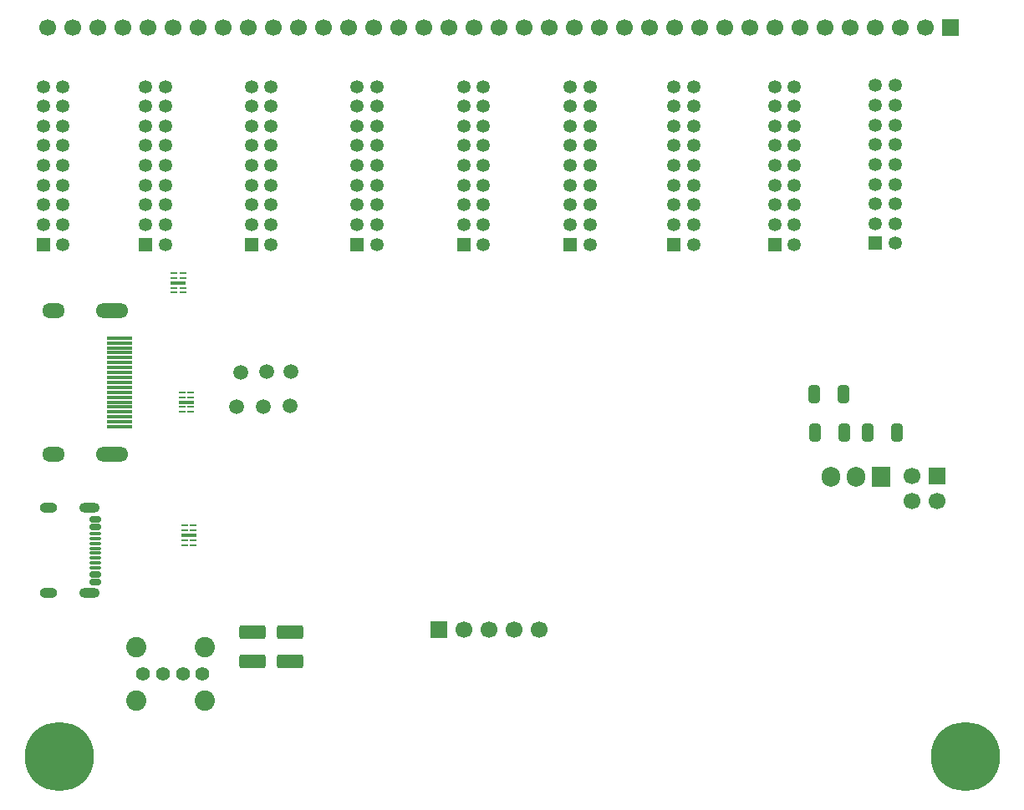
<source format=gbr>
%TF.GenerationSoftware,KiCad,Pcbnew,9.0.4*%
%TF.CreationDate,2025-10-14T22:23:38+02:00*%
%TF.ProjectId,Antminer_hat_PCB,416e746d-696e-4657-925f-6861745f5043,rev?*%
%TF.SameCoordinates,Original*%
%TF.FileFunction,Soldermask,Top*%
%TF.FilePolarity,Negative*%
%FSLAX46Y46*%
G04 Gerber Fmt 4.6, Leading zero omitted, Abs format (unit mm)*
G04 Created by KiCad (PCBNEW 9.0.4) date 2025-10-14 22:23:38*
%MOMM*%
%LPD*%
G01*
G04 APERTURE LIST*
G04 Aperture macros list*
%AMRoundRect*
0 Rectangle with rounded corners*
0 $1 Rounding radius*
0 $2 $3 $4 $5 $6 $7 $8 $9 X,Y pos of 4 corners*
0 Add a 4 corners polygon primitive as box body*
4,1,4,$2,$3,$4,$5,$6,$7,$8,$9,$2,$3,0*
0 Add four circle primitives for the rounded corners*
1,1,$1+$1,$2,$3*
1,1,$1+$1,$4,$5*
1,1,$1+$1,$6,$7*
1,1,$1+$1,$8,$9*
0 Add four rect primitives between the rounded corners*
20,1,$1+$1,$2,$3,$4,$5,0*
20,1,$1+$1,$4,$5,$6,$7,0*
20,1,$1+$1,$6,$7,$8,$9,0*
20,1,$1+$1,$8,$9,$2,$3,0*%
G04 Aperture macros list end*
%ADD10RoundRect,0.250001X-1.074999X0.462499X-1.074999X-0.462499X1.074999X-0.462499X1.074999X0.462499X0*%
%ADD11RoundRect,0.150000X-0.425000X0.150000X-0.425000X-0.150000X0.425000X-0.150000X0.425000X0.150000X0*%
%ADD12RoundRect,0.075000X-0.500000X0.075000X-0.500000X-0.075000X0.500000X-0.075000X0.500000X0.075000X0*%
%ADD13O,2.100000X1.000000*%
%ADD14O,1.800000X1.000000*%
%ADD15R,1.700000X1.700000*%
%ADD16C,1.700000*%
%ADD17C,1.420000*%
%ADD18C,2.050000*%
%ADD19C,1.500000*%
%ADD20R,2.600000X0.300000*%
%ADD21O,3.300000X1.500000*%
%ADD22O,2.300000X1.500000*%
%ADD23R,0.675000X0.200000*%
%ADD24R,1.550000X0.400000*%
%ADD25RoundRect,0.250000X-0.325000X-0.650000X0.325000X-0.650000X0.325000X0.650000X-0.325000X0.650000X0*%
%ADD26R,1.905000X2.000000*%
%ADD27O,1.905000X2.000000*%
%ADD28RoundRect,0.250000X0.325000X0.650000X-0.325000X0.650000X-0.325000X-0.650000X0.325000X-0.650000X0*%
%ADD29R,1.350000X1.350000*%
%ADD30C,1.350000*%
%ADD31C,7.000000*%
G04 APERTURE END LIST*
D10*
%TO.C,D8*%
X48700000Y-105300000D03*
X48700000Y-108275000D03*
%TD*%
D11*
%TO.C,J14*%
X32795316Y-93864174D03*
X32795316Y-94664174D03*
D12*
X32795316Y-95814174D03*
X32795316Y-96814174D03*
X32795316Y-97314174D03*
X32795316Y-98314174D03*
D11*
X32795316Y-99464174D03*
X32795316Y-100264174D03*
X32795316Y-100264174D03*
X32795316Y-99464174D03*
D12*
X32795316Y-98814174D03*
X32795316Y-97814174D03*
X32795316Y-96314174D03*
X32795316Y-95314174D03*
D11*
X32795316Y-94664174D03*
X32795316Y-93864174D03*
D13*
X32220316Y-92744174D03*
D14*
X28040316Y-92744174D03*
D13*
X32220316Y-101384174D03*
D14*
X28040316Y-101384174D03*
%TD*%
D15*
%TO.C,J16*%
X119420000Y-44000000D03*
D16*
X116880000Y-44000000D03*
X114340000Y-44000000D03*
X111800000Y-44000000D03*
X109260000Y-44000000D03*
X106720000Y-44000000D03*
X104180000Y-44000000D03*
X101640000Y-44000000D03*
X99100000Y-44000000D03*
X96560000Y-44000000D03*
X94020000Y-44000000D03*
X91480000Y-44000000D03*
X88940000Y-44000000D03*
X86400000Y-44000000D03*
X83860000Y-44000000D03*
X81320000Y-44000000D03*
X78780000Y-44000000D03*
X76240000Y-44000000D03*
X73700000Y-44000000D03*
X71160000Y-44000000D03*
X68620000Y-44000000D03*
X66080000Y-44000000D03*
X63540000Y-44000000D03*
X61000000Y-44000000D03*
X58460000Y-44000000D03*
X55920000Y-44000000D03*
X53380000Y-44000000D03*
X50840000Y-44000000D03*
X48300000Y-44000000D03*
X45760000Y-44000000D03*
X43220000Y-44000000D03*
X40680000Y-44000000D03*
X38140000Y-44000000D03*
X35600000Y-44000000D03*
X33060000Y-44000000D03*
X30520000Y-44000000D03*
X27980000Y-44000000D03*
%TD*%
D17*
%TO.C,J15*%
X43630000Y-109565000D03*
X41630000Y-109565000D03*
X39630000Y-109565000D03*
X37630000Y-109565000D03*
D18*
X43900000Y-112300000D03*
X36900000Y-112300000D03*
X36900000Y-106830000D03*
X43900000Y-106830000D03*
%TD*%
D19*
%TO.C,TP2*%
X49800000Y-82500000D03*
%TD*%
D20*
%TO.C,J13*%
X35260000Y-84500000D03*
X35260000Y-84000000D03*
X35260000Y-83500000D03*
X35260000Y-83000000D03*
X35260000Y-82500000D03*
X35260000Y-82000000D03*
X35260000Y-81500000D03*
X35260000Y-81000000D03*
X35260000Y-80500000D03*
X35260000Y-80000000D03*
X35260000Y-79500000D03*
X35260000Y-79000000D03*
X35260000Y-78500000D03*
X35260000Y-78000000D03*
X35260000Y-77500000D03*
X35260000Y-77000000D03*
X35260000Y-76500000D03*
X35260000Y-76000000D03*
X35260000Y-75500000D03*
D21*
X34500000Y-87250000D03*
X34500000Y-72750000D03*
D22*
X28540000Y-87250000D03*
X28540000Y-72750000D03*
%TD*%
D19*
%TO.C,TP4*%
X50100000Y-78900000D03*
%TD*%
D23*
%TO.C,D6*%
X42438000Y-83000000D03*
X42438000Y-82500000D03*
D24*
X42000000Y-82000000D03*
D23*
X42438000Y-81500000D03*
X42438000Y-81000000D03*
X41562000Y-81000000D03*
X41562000Y-81500000D03*
X41562000Y-82500000D03*
X41562000Y-83000000D03*
%TD*%
D25*
%TO.C,C2*%
X105705000Y-85105000D03*
X108655000Y-85105000D03*
%TD*%
D26*
%TO.C,U1*%
X112395000Y-89605000D03*
D27*
X109855000Y-89605000D03*
X107315000Y-89605000D03*
%TD*%
D19*
%TO.C,TP1*%
X52500000Y-82400000D03*
%TD*%
D28*
%TO.C,C1*%
X114005000Y-85105000D03*
X111055000Y-85105000D03*
%TD*%
D19*
%TO.C,TP6*%
X47500000Y-79000000D03*
%TD*%
D23*
%TO.C,D7*%
X40762000Y-68900000D03*
X40762000Y-69400000D03*
D24*
X41200000Y-69900000D03*
D23*
X40762000Y-70400000D03*
X40762000Y-70900000D03*
X41638000Y-70900000D03*
X41638000Y-70400000D03*
X41638000Y-69400000D03*
X41638000Y-68900000D03*
%TD*%
D25*
%TO.C,C3*%
X105605000Y-81205000D03*
X108555000Y-81205000D03*
%TD*%
D19*
%TO.C,TP3*%
X52600000Y-78900000D03*
%TD*%
%TO.C,TP5*%
X47100000Y-82500000D03*
%TD*%
D15*
%TO.C,J11*%
X67600000Y-105100000D03*
D16*
X70140000Y-105100000D03*
X72680000Y-105100000D03*
X75220000Y-105100000D03*
X77760000Y-105100000D03*
%TD*%
D23*
%TO.C,D1*%
X42688000Y-96500000D03*
X42688000Y-96000000D03*
D24*
X42250000Y-95500000D03*
D23*
X42688000Y-95000000D03*
X42688000Y-94500000D03*
X41812000Y-94500000D03*
X41812000Y-95000000D03*
X41812000Y-96000000D03*
X41812000Y-96500000D03*
%TD*%
D10*
%TO.C,D2*%
X52500000Y-105300000D03*
X52500000Y-108275000D03*
%TD*%
D29*
%TO.C,J2*%
X101600000Y-66000000D03*
D30*
X103600000Y-66000000D03*
X101600000Y-64000000D03*
X103600000Y-64000000D03*
X101600000Y-62000000D03*
X103600000Y-62000000D03*
X101600000Y-60000000D03*
X103600000Y-60000000D03*
X101600000Y-58000000D03*
X103600000Y-58000000D03*
X101600000Y-56000000D03*
X103600000Y-56000000D03*
X101600000Y-54000000D03*
X103600000Y-54000000D03*
X101600000Y-52000000D03*
X103600000Y-52000000D03*
X101600000Y-50000000D03*
X103600000Y-50000000D03*
%TD*%
D15*
%TO.C,J12*%
X118040000Y-89500000D03*
D16*
X118040000Y-92040000D03*
X115500000Y-89500000D03*
X115500000Y-92040000D03*
%TD*%
D29*
%TO.C,J8*%
X37900000Y-66000000D03*
D30*
X39900000Y-66000000D03*
X37900000Y-64000000D03*
X39900000Y-64000000D03*
X37900000Y-62000000D03*
X39900000Y-62000000D03*
X37900000Y-60000000D03*
X39900000Y-60000000D03*
X37900000Y-58000000D03*
X39900000Y-58000000D03*
X37900000Y-56000000D03*
X39900000Y-56000000D03*
X37900000Y-54000000D03*
X39900000Y-54000000D03*
X37900000Y-52000000D03*
X39900000Y-52000000D03*
X37900000Y-50000000D03*
X39900000Y-50000000D03*
%TD*%
D29*
%TO.C,J7*%
X48600000Y-66000000D03*
D30*
X50600000Y-66000000D03*
X48600000Y-64000000D03*
X50600000Y-64000000D03*
X48600000Y-62000000D03*
X50600000Y-62000000D03*
X48600000Y-60000000D03*
X50600000Y-60000000D03*
X48600000Y-58000000D03*
X50600000Y-58000000D03*
X48600000Y-56000000D03*
X50600000Y-56000000D03*
X48600000Y-54000000D03*
X50600000Y-54000000D03*
X48600000Y-52000000D03*
X50600000Y-52000000D03*
X48600000Y-50000000D03*
X50600000Y-50000000D03*
%TD*%
D29*
%TO.C,J6*%
X59300000Y-66000000D03*
D30*
X61300000Y-66000000D03*
X59300000Y-64000000D03*
X61300000Y-64000000D03*
X59300000Y-62000000D03*
X61300000Y-62000000D03*
X59300000Y-60000000D03*
X61300000Y-60000000D03*
X59300000Y-58000000D03*
X61300000Y-58000000D03*
X59300000Y-56000000D03*
X61300000Y-56000000D03*
X59300000Y-54000000D03*
X61300000Y-54000000D03*
X59300000Y-52000000D03*
X61300000Y-52000000D03*
X59300000Y-50000000D03*
X61300000Y-50000000D03*
%TD*%
D29*
%TO.C,J4*%
X80900000Y-66000000D03*
D30*
X82900000Y-66000000D03*
X80900000Y-64000000D03*
X82900000Y-64000000D03*
X80900000Y-62000000D03*
X82900000Y-62000000D03*
X80900000Y-60000000D03*
X82900000Y-60000000D03*
X80900000Y-58000000D03*
X82900000Y-58000000D03*
X80900000Y-56000000D03*
X82900000Y-56000000D03*
X80900000Y-54000000D03*
X82900000Y-54000000D03*
X80900000Y-52000000D03*
X82900000Y-52000000D03*
X80900000Y-50000000D03*
X82900000Y-50000000D03*
%TD*%
D29*
%TO.C,J5*%
X70100000Y-66000000D03*
D30*
X72100000Y-66000000D03*
X70100000Y-64000000D03*
X72100000Y-64000000D03*
X70100000Y-62000000D03*
X72100000Y-62000000D03*
X70100000Y-60000000D03*
X72100000Y-60000000D03*
X70100000Y-58000000D03*
X72100000Y-58000000D03*
X70100000Y-56000000D03*
X72100000Y-56000000D03*
X70100000Y-54000000D03*
X72100000Y-54000000D03*
X70100000Y-52000000D03*
X72100000Y-52000000D03*
X70100000Y-50000000D03*
X72100000Y-50000000D03*
%TD*%
D29*
%TO.C,J1*%
X111800000Y-65900000D03*
D30*
X113800000Y-65900000D03*
X111800000Y-63900000D03*
X113800000Y-63900000D03*
X111800000Y-61900000D03*
X113800000Y-61900000D03*
X111800000Y-59900000D03*
X113800000Y-59900000D03*
X111800000Y-57900000D03*
X113800000Y-57900000D03*
X111800000Y-55900000D03*
X113800000Y-55900000D03*
X111800000Y-53900000D03*
X113800000Y-53900000D03*
X111800000Y-51900000D03*
X113800000Y-51900000D03*
X111800000Y-49900000D03*
X113800000Y-49900000D03*
%TD*%
D29*
%TO.C,J9*%
X27500000Y-66000000D03*
D30*
X29500000Y-66000000D03*
X27500000Y-64000000D03*
X29500000Y-64000000D03*
X27500000Y-62000000D03*
X29500000Y-62000000D03*
X27500000Y-60000000D03*
X29500000Y-60000000D03*
X27500000Y-58000000D03*
X29500000Y-58000000D03*
X27500000Y-56000000D03*
X29500000Y-56000000D03*
X27500000Y-54000000D03*
X29500000Y-54000000D03*
X27500000Y-52000000D03*
X29500000Y-52000000D03*
X27500000Y-50000000D03*
X29500000Y-50000000D03*
%TD*%
D29*
%TO.C,J3*%
X91400000Y-66000000D03*
D30*
X93400000Y-66000000D03*
X91400000Y-64000000D03*
X93400000Y-64000000D03*
X91400000Y-62000000D03*
X93400000Y-62000000D03*
X91400000Y-60000000D03*
X93400000Y-60000000D03*
X91400000Y-58000000D03*
X93400000Y-58000000D03*
X91400000Y-56000000D03*
X93400000Y-56000000D03*
X91400000Y-54000000D03*
X93400000Y-54000000D03*
X91400000Y-52000000D03*
X93400000Y-52000000D03*
X91400000Y-50000000D03*
X93400000Y-50000000D03*
%TD*%
D31*
X120900000Y-117900000D03*
X29100000Y-117900000D03*
M02*

</source>
